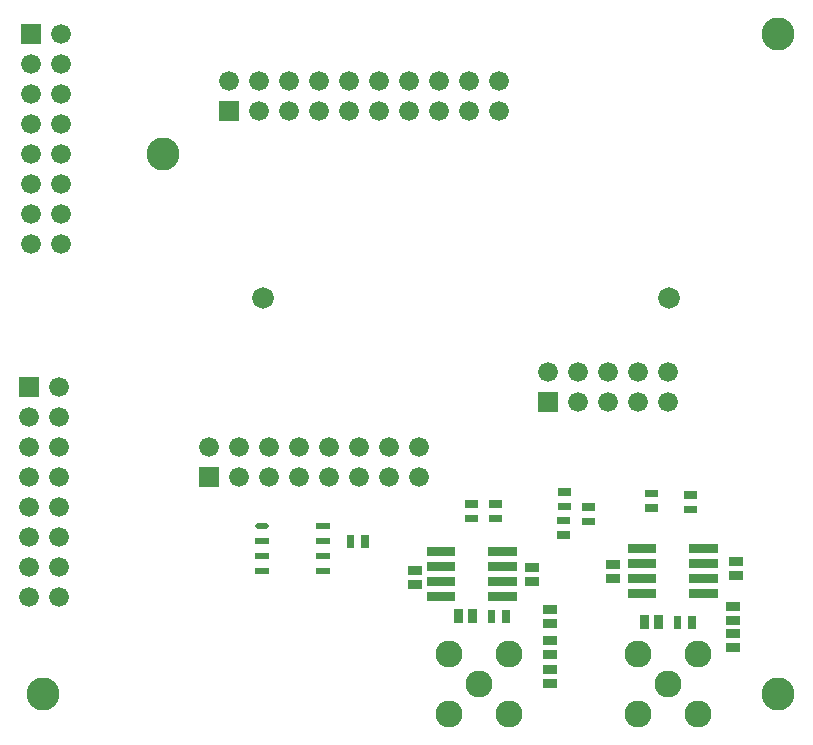
<source format=gbr>
From 1781b64f46a51ec82c527542ad37324e753e55d5 Mon Sep 17 00:00:00 2001
From: matt
Date: Wed, 16 Aug 2006 05:15:52 +0000
Subject: added in generated files

git-svn-id: http://gnuradio.org/svn/gnuradio/trunk@3306 221aa14e-8319-0410-a670-987f0aec2ac5
---
 usrp-hw/basic-lf/gbr-lfrx/lfrx_frontmask.gbr | 220 +++++++++++++++++++++++++++
 1 file changed, 220 insertions(+)
 create mode 100644 usrp-hw/basic-lf/gbr-lfrx/lfrx_frontmask.gbr

(limited to 'usrp-hw/basic-lf/gbr-lfrx/lfrx_frontmask.gbr')

diff --git a/usrp-hw/basic-lf/gbr-lfrx/lfrx_frontmask.gbr b/usrp-hw/basic-lf/gbr-lfrx/lfrx_frontmask.gbr
new file mode 100644
index 000000000..19646b89d
--- /dev/null
+++ b/usrp-hw/basic-lf/gbr-lfrx/lfrx_frontmask.gbr
@@ -0,0 +1,220 @@
+G04 Title: RX Daughterboard, solder mask component side *
+G04 Creator: pcb-bin 1.99q *
+G04 CreationDate: Thu Mar  2 20:16:21 2006 UTC *
+G04 For: matt *
+G04 Format: Gerber/RS-274X *
+G04 PCB-Dimensions: 275000 250000 *
+G04 PCB-Coordinate-Origin: lower left *
+%MOIN*%
+%FSLAX24Y24*%
+%IPPOS*%
+%ADD11C,0.0080*%
+%ADD12C,0.0280*%
+%ADD13C,0.0100*%
+%ADD14C,0.0300*%
+%ADD15R,0.0240X0.0240*%
+%ADD16R,0.0440X0.0440*%
+%ADD17R,0.0300X0.0300*%
+%ADD18C,0.0060*%
+%ADD19R,0.0200X0.0200*%
+%ADD20R,0.0540X0.0540*%
+%ADD21C,0.0200*%
+%ADD22C,0.0500*%
+%ADD23R,0.0500X0.0500*%
+%ADD24R,0.0600X0.0600*%
+%ADD25R,0.0660X0.0660*%
+%ADD26R,0.0900X0.0900X0.0600X0.0600*%
+%ADD27R,0.0900X0.0900*%
+%ADD28C,0.0600*%
+%ADD29C,0.0660*%
+%AMTHERM1*7,0,0,0.0900,0.0600,0.0100,45*%
+%ADD30THERM1*%
+%ADD31C,0.0900X0.0600*%
+%ADD32C,0.0900*%
+%ADD33C,0.1200X0.0900*%
+%ADD34C,0.1200*%
+%ADD35C,0.0150*%
+%AMTHERM2*7,0,0,0.1200,0.0900,0.0150,45*%
+%ADD36THERM2*%
+%ADD37C,0.0720*%
+%ADD38C,0.0920X0.0720*%
+%ADD39C,0.0920*%
+%ADD40C,0.0240*%
+%ADD41C,0.0340*%
+%ADD42C,0.1320*%
+%ADD43C,0.1100*%
+%ADD44C,0.1520*%
+%ADD45C,0.1520X0.1320*%
+%ADD46C,0.0400*%
+%ADD47C,0.0600X0.0400*%
+%AMTHERM3*7,0,0,0.0600,0.0400,0.0100,45*%
+%ADD48THERM3*%
+%ADD49C,0.0360*%
+%ADD50C,0.0560*%
+%ADD51C,0.0560X0.0360*%
+%AMTHERM4*7,0,0,0.0560,0.0360,0.0080,45*%
+%ADD52THERM4*%
+%LNGROUP_3*%
+%LPD*%
+G01X0Y0D02*
+G54D17*X18310Y1860D02*X18490D01*
+X18310Y2340D02*X18490D01*
+X18310Y2820D02*X18490D01*
+X18310Y3300D02*X18490D01*
+X16500Y4750D02*X17150D01*
+X16500Y5250D02*X17150D01*
+X16500Y5750D02*X17150D01*
+X16500Y6250D02*X17150D01*
+X14450D02*X15100D01*
+X14450Y5750D02*X15100D01*
+X14450Y5250D02*X15100D01*
+X14450Y4750D02*X15100D01*
+X17710Y5260D02*X17890D01*
+X17710Y5740D02*X17890D01*
+X13810Y5160D02*X13990D01*
+X13810Y5640D02*X13990D01*
+X18310Y3860D02*X18490D01*
+X18310Y4340D02*X18490D01*
+X20410Y5360D02*X20590D01*
+X20410Y5840D02*X20590D01*
+X22040Y3990D02*Y3810D01*
+X21560Y3990D02*Y3810D01*
+X23200Y4850D02*X23850D01*
+X23200Y5350D02*X23850D01*
+X23200Y5850D02*X23850D01*
+X23200Y6350D02*X23850D01*
+X21150D02*X21800D01*
+X21150Y5850D02*X21800D01*
+X21150Y5350D02*X21800D01*
+X21150Y4850D02*X21800D01*
+G54D21*X8660Y7100D02*X8940D01*
+G54D19*X8660Y6600D02*X8940D01*
+X8660Y6100D02*X8940D01*
+X8660Y5600D02*X8940D01*
+X10700D02*X10980D01*
+X10700Y6100D02*X10980D01*
+X10700Y6600D02*X10980D01*
+X10700Y7100D02*X10980D01*
+G54D17*X24510Y5460D02*X24690D01*
+X24510Y5940D02*X24690D01*
+X24410Y3960D02*X24590D01*
+X24410Y4440D02*X24590D01*
+X15840Y4190D02*Y4010D01*
+X15360Y4190D02*Y4010D01*
+G54D15*X12240Y6690D02*Y6510D01*
+X11760Y6690D02*Y6510D01*
+X15710Y7360D02*X15890D01*
+X15710Y7840D02*X15890D01*
+X18810Y7760D02*X18990D01*
+X18810Y8240D02*X18990D01*
+X18760Y6810D02*X18940D01*
+X18760Y7290D02*X18940D01*
+X19610Y7260D02*X19790D01*
+X19610Y7740D02*X19790D01*
+X22660Y3990D02*Y3810D01*
+X23140Y3990D02*Y3810D01*
+X23010Y7660D02*X23190D01*
+X23010Y8140D02*X23190D01*
+X16510Y7360D02*X16690D01*
+X16510Y7840D02*X16690D01*
+X21710Y7710D02*X21890D01*
+X21710Y8190D02*X21890D01*
+G54D17*X24410Y3060D02*X24590D01*
+X24410Y3540D02*X24590D01*
+G54D15*X16460Y4190D02*Y4010D01*
+X16940Y4190D02*Y4010D01*
+G54D25*X1100Y23500D03*
+G54D29*X2100D03*
+X1100Y22500D03*
+X2100D03*
+X1100Y21500D03*
+X2100D03*
+X1100Y20500D03*
+X2100D03*
+X1100Y19500D03*
+X2100D03*
+X1100Y18500D03*
+X2100D03*
+X1100Y17500D03*
+X2100D03*
+X1100Y16500D03*
+X2100D03*
+G54D25*X1050Y11750D03*
+G54D29*X2050D03*
+X1050Y10750D03*
+X2050D03*
+X1050Y9750D03*
+X2050D03*
+X1050Y8750D03*
+X2050D03*
+X1050Y7750D03*
+X2050D03*
+X1050Y6750D03*
+X2050D03*
+X1050Y5750D03*
+X2050D03*
+X1050Y4750D03*
+X2050D03*
+G54D25*X7050Y8750D03*
+G54D29*Y9750D03*
+X8050Y8750D03*
+Y9750D03*
+X9050Y8750D03*
+Y9750D03*
+X10050Y8750D03*
+Y9750D03*
+X11050Y8750D03*
+Y9750D03*
+X12050Y8750D03*
+Y9750D03*
+X13050Y8750D03*
+Y9750D03*
+X14050Y8750D03*
+Y9750D03*
+G54D32*X22350Y1850D03*
+X21350Y2850D03*
+X23350D03*
+X21350Y850D03*
+X23350D03*
+X16050Y1850D03*
+X15050Y2850D03*
+X17050D03*
+X15050Y850D03*
+X17050D03*
+G54D25*X18350Y11250D03*
+G54D29*Y12250D03*
+X19350Y11250D03*
+Y12250D03*
+X20350Y11250D03*
+Y12250D03*
+X21350Y11250D03*
+Y12250D03*
+X22350Y11250D03*
+Y12250D03*
+G54D25*X7700Y20950D03*
+G54D29*Y21950D03*
+X8700Y20950D03*
+Y21950D03*
+X9700Y20950D03*
+Y21950D03*
+X10700Y20950D03*
+Y21950D03*
+X11700Y20950D03*
+Y21950D03*
+X12700Y20950D03*
+Y21950D03*
+X13700Y20950D03*
+Y21950D03*
+X14700Y20950D03*
+Y21950D03*
+X15700Y20950D03*
+Y21950D03*
+X16700Y20950D03*
+Y21950D03*
+G54D37*X8830Y14700D03*
+X22373D03*
+G54D43*X1500Y1500D03*
+X26000Y23500D03*
+Y1500D03*
+X5500Y19500D03*
+M02*
-- 
cgit 


</source>
